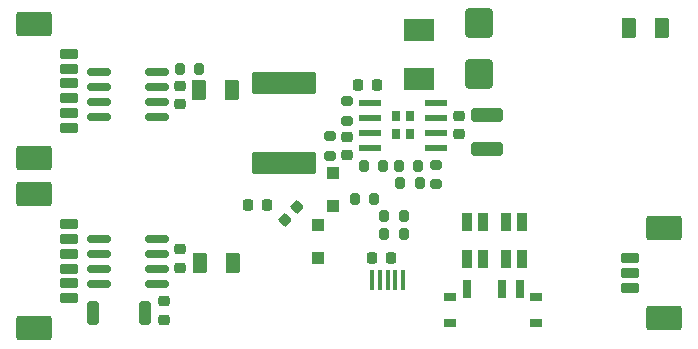
<source format=gtp>
G04 #@! TF.GenerationSoftware,KiCad,Pcbnew,8.0.1*
G04 #@! TF.CreationDate,2024-03-31T17:14:50+03:00*
G04 #@! TF.ProjectId,Master board,4d617374-6572-4206-926f-6172642e6b69,rev?*
G04 #@! TF.SameCoordinates,Original*
G04 #@! TF.FileFunction,Paste,Top*
G04 #@! TF.FilePolarity,Positive*
%FSLAX46Y46*%
G04 Gerber Fmt 4.6, Leading zero omitted, Abs format (unit mm)*
G04 Created by KiCad (PCBNEW 8.0.1) date 2024-03-31 17:14:50*
%MOMM*%
%LPD*%
G01*
G04 APERTURE LIST*
G04 Aperture macros list*
%AMRoundRect*
0 Rectangle with rounded corners*
0 $1 Rounding radius*
0 $2 $3 $4 $5 $6 $7 $8 $9 X,Y pos of 4 corners*
0 Add a 4 corners polygon primitive as box body*
4,1,4,$2,$3,$4,$5,$6,$7,$8,$9,$2,$3,0*
0 Add four circle primitives for the rounded corners*
1,1,$1+$1,$2,$3*
1,1,$1+$1,$4,$5*
1,1,$1+$1,$6,$7*
1,1,$1+$1,$8,$9*
0 Add four rect primitives between the rounded corners*
20,1,$1+$1,$2,$3,$4,$5,0*
20,1,$1+$1,$4,$5,$6,$7,0*
20,1,$1+$1,$6,$7,$8,$9,0*
20,1,$1+$1,$8,$9,$2,$3,0*%
G04 Aperture macros list end*
%ADD10RoundRect,0.225000X0.250000X-0.225000X0.250000X0.225000X-0.250000X0.225000X-0.250000X-0.225000X0*%
%ADD11R,0.400000X1.800000*%
%ADD12RoundRect,0.200000X-0.600000X0.200000X-0.600000X-0.200000X0.600000X-0.200000X0.600000X0.200000X0*%
%ADD13RoundRect,0.250001X-1.249999X0.799999X-1.249999X-0.799999X1.249999X-0.799999X1.249999X0.799999X0*%
%ADD14R,0.700000X1.500000*%
%ADD15R,1.000000X0.800000*%
%ADD16RoundRect,0.250000X-0.375000X-0.625000X0.375000X-0.625000X0.375000X0.625000X-0.375000X0.625000X0*%
%ADD17RoundRect,0.250000X0.250000X-0.750000X0.250000X0.750000X-0.250000X0.750000X-0.250000X-0.750000X0*%
%ADD18R,2.500000X1.900000*%
%ADD19RoundRect,0.225000X-0.017678X0.335876X-0.335876X0.017678X0.017678X-0.335876X0.335876X-0.017678X0*%
%ADD20RoundRect,0.200000X-0.200000X-0.275000X0.200000X-0.275000X0.200000X0.275000X-0.200000X0.275000X0*%
%ADD21RoundRect,0.250000X2.475000X-0.712500X2.475000X0.712500X-2.475000X0.712500X-2.475000X-0.712500X0*%
%ADD22RoundRect,0.250000X-0.300000X0.300000X-0.300000X-0.300000X0.300000X-0.300000X0.300000X0.300000X0*%
%ADD23RoundRect,0.250000X0.300000X-0.300000X0.300000X0.300000X-0.300000X0.300000X-0.300000X-0.300000X0*%
%ADD24RoundRect,0.225000X-0.225000X-0.250000X0.225000X-0.250000X0.225000X0.250000X-0.225000X0.250000X0*%
%ADD25RoundRect,0.250000X0.375000X0.625000X-0.375000X0.625000X-0.375000X-0.625000X0.375000X-0.625000X0*%
%ADD26RoundRect,0.250000X1.100000X-0.325000X1.100000X0.325000X-1.100000X0.325000X-1.100000X-0.325000X0*%
%ADD27R,0.900000X1.500000*%
%ADD28RoundRect,0.150000X0.825000X0.150000X-0.825000X0.150000X-0.825000X-0.150000X0.825000X-0.150000X0*%
%ADD29RoundRect,0.225000X-0.250000X0.225000X-0.250000X-0.225000X0.250000X-0.225000X0.250000X0.225000X0*%
%ADD30RoundRect,0.200000X0.200000X0.275000X-0.200000X0.275000X-0.200000X-0.275000X0.200000X-0.275000X0*%
%ADD31R,1.910000X0.610000*%
%ADD32R,0.723000X0.930000*%
%ADD33RoundRect,0.200000X0.600000X-0.200000X0.600000X0.200000X-0.600000X0.200000X-0.600000X-0.200000X0*%
%ADD34RoundRect,0.250001X1.249999X-0.799999X1.249999X0.799999X-1.249999X0.799999X-1.249999X-0.799999X0*%
%ADD35RoundRect,0.200000X0.275000X-0.200000X0.275000X0.200000X-0.275000X0.200000X-0.275000X-0.200000X0*%
%ADD36RoundRect,0.250000X0.900000X-1.000000X0.900000X1.000000X-0.900000X1.000000X-0.900000X-1.000000X0*%
%ADD37RoundRect,0.225000X0.225000X0.250000X-0.225000X0.250000X-0.225000X-0.250000X0.225000X-0.250000X0*%
G04 APERTURE END LIST*
D10*
X121844000Y-74530000D03*
X121844000Y-72980000D03*
D11*
X138112000Y-89434000D03*
X138762000Y-89434000D03*
X139412000Y-89434000D03*
X140062000Y-89434000D03*
X140712000Y-89434000D03*
D12*
X112399000Y-84732000D03*
X112399000Y-85982000D03*
X112399000Y-87232000D03*
X112399000Y-88482000D03*
X112399000Y-89732000D03*
X112399000Y-90982000D03*
D13*
X109499000Y-82182000D03*
X109499000Y-93532000D03*
D14*
X146092000Y-90247000D03*
X149092000Y-90247000D03*
X150592000Y-90247000D03*
D15*
X144692000Y-90897000D03*
X144692000Y-93107000D03*
X151992000Y-90897000D03*
X151992000Y-93107000D03*
D16*
X159866500Y-68091000D03*
X162666500Y-68091000D03*
D17*
X114427000Y-92235000D03*
X118877000Y-92235000D03*
D18*
X142043250Y-72400500D03*
X142043250Y-68300500D03*
D10*
X121870000Y-88404000D03*
X121870000Y-86854000D03*
D19*
X131778000Y-83240499D03*
X130681984Y-84336515D03*
D20*
X139117000Y-85557000D03*
X140767000Y-85557000D03*
D10*
X145463500Y-77110000D03*
X145463500Y-75560000D03*
D21*
X130666000Y-79551500D03*
X130666000Y-72776500D03*
D22*
X133487000Y-84784501D03*
X133487000Y-87584499D03*
D20*
X136630000Y-82591000D03*
X138280000Y-82591000D03*
D23*
X134798000Y-83171000D03*
X134798000Y-80371000D03*
D24*
X138112000Y-87574499D03*
X139662000Y-87574499D03*
D25*
X126255000Y-73396000D03*
X123455000Y-73396000D03*
D16*
X123486000Y-88007000D03*
X126286000Y-88007000D03*
D24*
X136932250Y-72906000D03*
X138482250Y-72906000D03*
D26*
X147830000Y-78385000D03*
X147830000Y-75435000D03*
D12*
X112399000Y-70292000D03*
X112399000Y-71542000D03*
X112399000Y-72792000D03*
X112399000Y-74042000D03*
X112399000Y-75292000D03*
X112399000Y-76542000D03*
D13*
X109499000Y-67742000D03*
X109499000Y-79092000D03*
D27*
X147518001Y-84524000D03*
X147518001Y-87624000D03*
X146118001Y-87624000D03*
X146118001Y-84524000D03*
D28*
X119905000Y-89757000D03*
X119905000Y-88487000D03*
X119905000Y-87217000D03*
X119905000Y-85947000D03*
X114955000Y-85947000D03*
X114955000Y-87217000D03*
X114955000Y-88487000D03*
X114955000Y-89757000D03*
D29*
X120456000Y-91258000D03*
X120456000Y-92808000D03*
D28*
X119886000Y-75660000D03*
X119886000Y-74390000D03*
X119886000Y-73120000D03*
X119886000Y-71850000D03*
X114936000Y-71850000D03*
X114936000Y-73120000D03*
X114936000Y-74390000D03*
X114936000Y-75660000D03*
D20*
X139117000Y-84054000D03*
X140767000Y-84054000D03*
X140486000Y-81250000D03*
X142136000Y-81250000D03*
D30*
X141994500Y-79770000D03*
X140344500Y-79770000D03*
D31*
X137945500Y-74431000D03*
X137945500Y-75701000D03*
X137945500Y-76971000D03*
X137945500Y-78241000D03*
X143505500Y-78241000D03*
X143505500Y-76971000D03*
X143505500Y-75701000D03*
X143505500Y-74431000D03*
D32*
X140123000Y-75561000D03*
X140123000Y-77111000D03*
X141328000Y-75561000D03*
X141328000Y-77111000D03*
D33*
X159899000Y-90117000D03*
X159899000Y-88867000D03*
X159899000Y-87617000D03*
D34*
X162799000Y-92667000D03*
X162799000Y-85067000D03*
D35*
X143524000Y-81345000D03*
X143524000Y-79695000D03*
D27*
X150819499Y-84524000D03*
X150819499Y-87624000D03*
X149419499Y-87624000D03*
X149419499Y-84524000D03*
D36*
X147173250Y-71997000D03*
X147173250Y-67697000D03*
D30*
X139034500Y-79770000D03*
X137384500Y-79770000D03*
D35*
X134530000Y-78912000D03*
X134530000Y-77262000D03*
D10*
X135993000Y-78862000D03*
X135993000Y-77312000D03*
D37*
X129176000Y-83093000D03*
X127626000Y-83093000D03*
D30*
X123474500Y-71544000D03*
X121824500Y-71544000D03*
D35*
X135993000Y-75948000D03*
X135993000Y-74298000D03*
M02*

</source>
